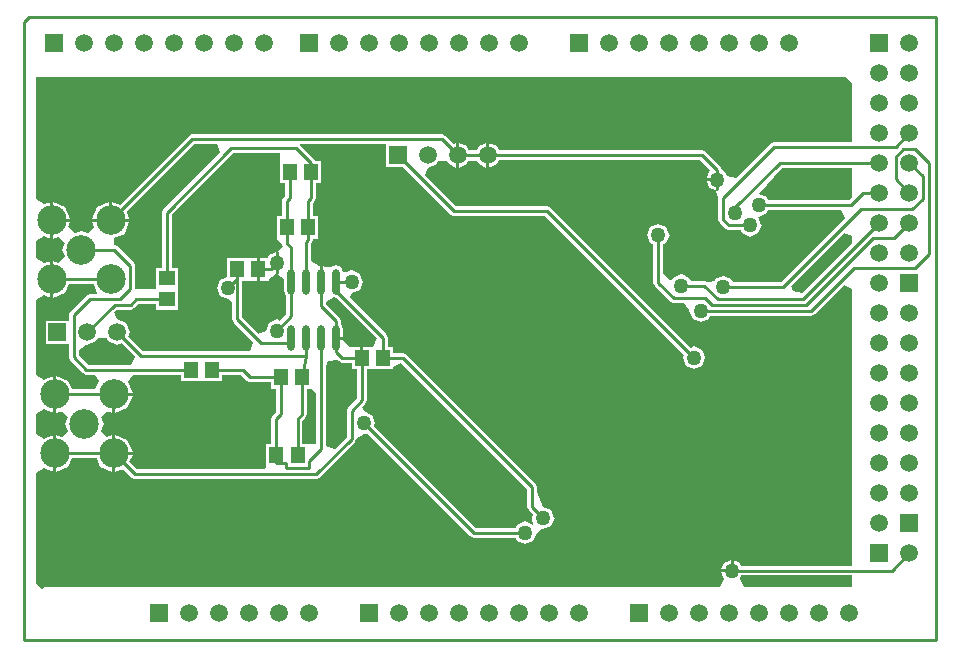
<source format=gbl>
%FSLAX42Y42*%
%MOMM*%
G71*
G01*
G75*
G04 Layer_Physical_Order=2*
G04 Layer_Color=16711680*
%ADD10R,1.20X1.40*%
%ADD11O,0.60X2.20*%
%ADD12R,1.40X1.20*%
%ADD13R,1.10X0.65*%
%ADD14R,1.40X1.10*%
%ADD15O,0.60X2.30*%
%ADD16R,2.00X1.30*%
%ADD17R,2.00X2.00*%
%ADD18R,0.65X1.10*%
%ADD19C,0.25*%
%ADD20R,1.50X1.50*%
%ADD21C,1.50*%
%ADD22C,2.50*%
%ADD23R,1.50X1.50*%
%ADD24C,1.27*%
G36*
X9169Y3777D02*
X9138Y3746D01*
X8457D01*
X8446Y3773D01*
X8378Y3801D01*
X8572Y4023D01*
X9169D01*
Y3777D01*
D02*
G37*
G36*
Y3442D02*
Y3386D01*
X8745Y2961D01*
X8670Y2976D01*
X8651Y3022D01*
X9099Y3471D01*
X9169Y3442D01*
D02*
G37*
G36*
Y470D02*
X8250D01*
X8219Y544D01*
X8230Y571D01*
X9169D01*
Y470D01*
D02*
G37*
G36*
Y4737D02*
Y4242D01*
X8509D01*
X8480Y4230D01*
X8185Y3936D01*
X8111Y3950D01*
X8094Y3990D01*
X8067Y4001D01*
X8056Y4030D01*
X7929Y4157D01*
X7899Y4169D01*
X6175D01*
X6160Y4204D01*
X6096Y4231D01*
Y4127D01*
Y4024D01*
X6160Y4051D01*
X6175Y4086D01*
X7882D01*
X7962Y4007D01*
X7958Y3990D01*
X7958Y3990D01*
X7958Y3990D01*
X7935Y3934D01*
X8026D01*
Y3922D01*
X8039D01*
Y3831D01*
X8026Y3826D01*
X8019Y3829D01*
X8036Y3769D01*
D01*
Y3582D01*
X8036Y3582D01*
X8036Y3582D01*
X8048Y3553D01*
X8094Y3507D01*
X8124Y3494D01*
X8227D01*
X8238Y3468D01*
X8306Y3439D01*
X8374Y3468D01*
X8401Y3534D01*
X8401D01*
Y3534D01*
D01*
Y3534D01*
X8402Y3536D01*
X8400Y3540D01*
X8400Y3540D01*
X8374Y3604D01*
X8378Y3608D01*
X8409Y3621D01*
X8409D01*
Y3621D01*
X8446Y3637D01*
X8457Y3663D01*
X9075D01*
X9104Y3593D01*
X8565Y3054D01*
X8156D01*
X8145Y3080D01*
X8079Y3108D01*
Y3108D01*
D01*
D01*
Y3108D01*
X8079D01*
X8077Y3109D01*
X8009Y3080D01*
X8008Y3079D01*
X8008D01*
X8008Y3079D01*
X8003Y3066D01*
X7944Y3054D01*
X7915Y3066D01*
X7801D01*
X7790Y3093D01*
X7723Y3121D01*
D01*
X7722Y3121D01*
X7654Y3093D01*
X7653Y3092D01*
D01*
X7646Y3076D01*
X7626Y3072D01*
X7567Y3120D01*
Y3373D01*
X7594Y3384D01*
X7622Y3450D01*
X7622D01*
D01*
D01*
X7622D01*
Y3450D01*
D01*
Y3450D01*
X7622Y3452D01*
X7620Y3457D01*
Y3457D01*
X7618Y3461D01*
X7594Y3520D01*
Y3520D01*
D01*
D01*
D01*
X7526Y3548D01*
X7524Y3547D01*
Y3547D01*
X7458Y3520D01*
X7430Y3452D01*
X7458Y3384D01*
X7485Y3373D01*
Y3048D01*
X7485Y3048D01*
X7485Y3048D01*
X7497Y3019D01*
X7626Y2889D01*
X7656Y2877D01*
X7748D01*
X7790Y2814D01*
X7788Y2809D01*
X7816Y2741D01*
X7884Y2713D01*
X7952Y2741D01*
X7963Y2768D01*
X8821D01*
X8851Y2780D01*
X9099Y3028D01*
X9169Y2999D01*
Y653D01*
X8230D01*
X8219Y680D01*
X8164Y703D01*
Y612D01*
X8151D01*
Y599D01*
X8060D01*
X8083Y544D01*
X8052Y470D01*
X2324D01*
X2311Y457D01*
X2261Y508D01*
Y1438D01*
X2324Y1480D01*
X2404Y1447D01*
Y1604D01*
Y1762D01*
X2324Y1728D01*
X2261Y1771D01*
Y1938D01*
X2324Y1980D01*
X2404Y1947D01*
Y2104D01*
Y2262D01*
X2324Y2228D01*
X2261Y2271D01*
Y2900D01*
X2324Y2943D01*
X2379Y2920D01*
Y3077D01*
Y3235D01*
X2324Y3212D01*
X2261Y3255D01*
Y3400D01*
X2324Y3443D01*
X2379Y3420D01*
Y3577D01*
Y3735D01*
X2324Y3712D01*
X2261Y3755D01*
Y4788D01*
X9119D01*
X9169Y4737D01*
D02*
G37*
%LPC*%
G36*
X6497Y932D02*
D01*
X6497Y932D01*
X6497Y932D01*
D02*
G37*
G36*
X5692Y4306D02*
X3579D01*
X3550Y4294D01*
X2965Y3710D01*
X2904Y3735D01*
Y3590D01*
X3049D01*
X3024Y3651D01*
X3596Y4223D01*
X3789D01*
X3818Y4153D01*
X3336Y3672D01*
X3324Y3642D01*
Y3173D01*
X3270D01*
Y3046D01*
X3270Y3046D01*
X3270Y3046D01*
X3270Y3002D01*
Y2994D01*
X3269Y2993D01*
X3107Y2993D01*
X3096Y2997D01*
D01*
Y3194D01*
X3084Y3223D01*
X2950Y3357D01*
X2921Y3369D01*
Y3427D01*
X3007Y3462D01*
X3049Y3565D01*
X2734D01*
X2752Y3521D01*
X2698Y3467D01*
X2642Y3490D01*
X2585Y3467D01*
X2531Y3521D01*
X2549Y3565D01*
X2404D01*
Y3420D01*
X2448Y3438D01*
X2502Y3384D01*
X2479Y3327D01*
X2502Y3271D01*
X2448Y3217D01*
X2404Y3235D01*
Y3077D01*
Y2920D01*
X2507Y2962D01*
X2537Y3036D01*
X2746D01*
X2776Y2962D01*
Y2962D01*
X2776D01*
X2776D01*
D01*
Y2962D01*
D01*
D01*
Y2962D01*
X2775Y2956D01*
X2718D01*
X2689Y2943D01*
X2549Y2804D01*
X2537Y2775D01*
Y2729D01*
X2338D01*
Y2528D01*
X2537D01*
Y2418D01*
X2537Y2418D01*
X2537Y2418D01*
X2549Y2389D01*
X2656Y2282D01*
X2685Y2270D01*
X2754D01*
X2793Y2213D01*
X2757Y2145D01*
X2563D01*
X2532Y2219D01*
X2430Y2262D01*
Y2104D01*
Y1947D01*
X2474Y1965D01*
X2528Y1911D01*
X2504Y1854D01*
X2528Y1797D01*
X2474Y1743D01*
X2430Y1762D01*
Y1604D01*
Y1447D01*
X2532Y1489D01*
X2563Y1563D01*
X2771D01*
X2802Y1489D01*
X2904Y1447D01*
Y1604D01*
Y1762D01*
X2860Y1743D01*
X2806Y1797D01*
X2830Y1854D01*
X2806Y1911D01*
X2860Y1965D01*
X2904Y1947D01*
Y2104D01*
X2917D01*
Y2117D01*
X3075D01*
X3037Y2207D01*
X3080Y2270D01*
X3482D01*
Y2216D01*
X3653D01*
Y2216D01*
X3653D01*
X3653Y2216D01*
X3662D01*
Y2216D01*
X3833D01*
Y2270D01*
X3988D01*
X4040Y2219D01*
X4069Y2207D01*
X4244D01*
Y2152D01*
X4288D01*
Y1953D01*
X4262Y1927D01*
X4250Y1897D01*
Y1683D01*
X4206D01*
Y1492D01*
D01*
Y1492D01*
X4184Y1470D01*
X3110D01*
X3049Y1530D01*
X3075Y1591D01*
X2930D01*
Y1447D01*
X2991Y1472D01*
X3063Y1399D01*
X3063Y1399D01*
X3063D01*
X3063Y1399D01*
X3063D01*
Y1399D01*
D01*
D01*
D01*
D01*
X3063D01*
Y1399D01*
D01*
X3093Y1387D01*
X4632D01*
X4661Y1399D01*
X4959Y1698D01*
X4971Y1727D01*
X4971Y1727D01*
X4971Y1727D01*
Y1728D01*
X5032Y1768D01*
X5032Y1768D01*
Y1768D01*
X5059Y1779D01*
X5935Y903D01*
X5964Y891D01*
X6322D01*
X6333Y864D01*
X6401Y836D01*
X6469Y864D01*
X6496Y931D01*
X6496D01*
Y931D01*
D01*
Y931D01*
X6497Y932D01*
X6497Y932D01*
X6497D01*
D01*
Y932D01*
X6538Y967D01*
X6552Y961D01*
X6552D01*
X6553Y960D01*
X6621Y989D01*
X6622Y990D01*
D01*
X6649Y1055D01*
X6649D01*
D01*
D01*
X6649D01*
Y1055D01*
D01*
D01*
D01*
D01*
Y1055D01*
X6649Y1057D01*
X6647Y1061D01*
Y1061D01*
X6637Y1086D01*
X6621Y1125D01*
X6621Y1125D01*
X6620Y1125D01*
X6620Y1125D01*
X6553Y1153D01*
X6500Y1280D01*
Y1318D01*
X6488Y1347D01*
X5394Y2442D01*
X5364Y2454D01*
X5281D01*
Y2508D01*
X5237D01*
Y2585D01*
X5225Y2614D01*
X4913Y2925D01*
X4929Y2963D01*
D01*
X4929D01*
X4929Y2963D01*
X4997Y2991D01*
X5024Y3058D01*
X5024D01*
D01*
D01*
X5024D01*
Y3058D01*
D01*
Y3058D01*
X5025Y3059D01*
X5023Y3064D01*
Y3064D01*
X5021Y3069D01*
X4997Y3127D01*
Y3127D01*
D01*
D01*
D01*
X4929Y3156D01*
X4927Y3155D01*
D01*
X4890Y3139D01*
X4861Y3139D01*
X4843Y3182D01*
X4801Y3199D01*
X4758Y3182D01*
X4758Y3182D01*
X4758Y3182D01*
X4758D01*
X4757Y3179D01*
X4716Y3182D01*
Y3182D01*
X4686Y3194D01*
Y3059D01*
X4661D01*
Y3194D01*
X4654Y3191D01*
D01*
X4651Y3190D01*
X4588Y3232D01*
Y3377D01*
X4590Y3378D01*
X4602Y3408D01*
Y3422D01*
X4646D01*
Y3613D01*
X4602D01*
Y3722D01*
X4615Y3735D01*
X4627Y3764D01*
X4627Y3764D01*
X4627Y3764D01*
Y3892D01*
X4671D01*
Y4083D01*
X4619D01*
X4615Y4093D01*
X4491Y4218D01*
Y4218D01*
D01*
Y4218D01*
X4492Y4223D01*
X5221D01*
Y4027D01*
X5363D01*
X5765Y3626D01*
X5765Y3626D01*
X5765D01*
X5765Y3626D01*
X5765D01*
Y3626D01*
D01*
D01*
D01*
D01*
X5765D01*
Y3626D01*
D01*
X5794Y3614D01*
X6571D01*
X7745Y2440D01*
X7734Y2413D01*
X7762Y2345D01*
X7830Y2317D01*
X7898Y2345D01*
X7925Y2411D01*
X7925D01*
D01*
D01*
X7925D01*
Y2411D01*
D01*
D01*
D01*
D01*
Y2411D01*
X7926Y2413D01*
X7924Y2418D01*
Y2418D01*
X7914Y2443D01*
X7899Y2479D01*
D01*
X7898Y2481D01*
D01*
Y2481D01*
D01*
D01*
D01*
D01*
X7898D01*
X7898Y2481D01*
X7830Y2509D01*
D01*
X7830D01*
D01*
X7828Y2509D01*
X7828D01*
D01*
Y2509D01*
Y2509D01*
Y2509D01*
X7828D01*
D01*
D01*
X7828D01*
Y2509D01*
X7803Y2498D01*
X6617Y3684D01*
X6588Y3696D01*
X5811D01*
X5550Y3957D01*
X5575Y4019D01*
X5652Y4051D01*
X5664Y4080D01*
X5740D01*
X5752Y4051D01*
X5817Y4024D01*
Y4127D01*
Y4231D01*
X5794Y4221D01*
X5721Y4294D01*
X5692Y4306D01*
D02*
G37*
G36*
X3075Y2092D02*
X2930D01*
Y1947D01*
X3032Y1989D01*
X3075Y2092D01*
D02*
G37*
G36*
X2930Y1762D02*
Y1617D01*
X3075D01*
X3032Y1719D01*
X2930Y1762D01*
D02*
G37*
G36*
X8138Y703D02*
X8083Y680D01*
X8060Y625D01*
X8138D01*
Y703D01*
D02*
G37*
G36*
X2879Y3735D02*
X2776Y3693D01*
X2734Y3590D01*
X2879D01*
Y3735D01*
D02*
G37*
G36*
X8014Y3909D02*
X7935D01*
X7958Y3854D01*
X8014Y3831D01*
Y3909D01*
D02*
G37*
G36*
X6071Y4231D02*
X6006Y4204D01*
X5994Y4175D01*
X5918D01*
X5906Y4204D01*
X5842Y4231D01*
Y4127D01*
Y4024D01*
X5906Y4051D01*
X5918Y4080D01*
X5994D01*
X6006Y4051D01*
X6071Y4024D01*
Y4127D01*
Y4231D01*
D02*
G37*
G36*
X2404Y3735D02*
Y3590D01*
X2549D01*
X2507Y3693D01*
X2404Y3735D01*
D02*
G37*
%LPD*%
G36*
X4822Y2384D02*
D01*
D01*
X4822D01*
Y2384D01*
D01*
X4822D01*
Y2384D01*
X4851Y2372D01*
X4930D01*
Y2318D01*
X4974D01*
Y2069D01*
X4901Y1996D01*
X4889Y1967D01*
Y1744D01*
X4785Y1641D01*
X4715Y1670D01*
Y2339D01*
X4733Y2383D01*
X4808Y2398D01*
X4822Y2384D01*
D02*
G37*
G36*
X4595Y2152D02*
D01*
X4632Y2115D01*
Y1683D01*
X4557D01*
Y1683D01*
D01*
X4513Y1683D01*
Y1880D01*
X4539Y1906D01*
X4551Y1935D01*
Y2152D01*
X4595Y2152D01*
D02*
G37*
G36*
X2870Y2552D02*
X2946Y2520D01*
X2982Y2535D01*
X3094Y2423D01*
X3065Y2353D01*
X2702D01*
X2619Y2435D01*
Y2482D01*
X2683Y2524D01*
X2692Y2520D01*
X2769Y2552D01*
X2781Y2581D01*
X2858D01*
X2870Y2552D01*
D02*
G37*
G36*
X4320Y4083D02*
X4320D01*
Y3892D01*
X4365D01*
Y3781D01*
X4351Y3768D01*
X4339Y3739D01*
Y3613D01*
X4295D01*
Y3422D01*
X4299D01*
X4336Y3385D01*
X4348Y3351D01*
X4300Y3312D01*
X4313Y3307D01*
Y3216D01*
Y3125D01*
X4300Y3119D01*
X4360Y3077D01*
Y2979D01*
X4377Y2937D01*
X4378Y2937D01*
Y2781D01*
X4327Y2729D01*
X4302Y2740D01*
Y2740D01*
X4302D01*
X4302D01*
Y2740D01*
D01*
X4300Y2740D01*
X4232Y2712D01*
X4231Y2711D01*
X4231D01*
D01*
Y2711D01*
X4231D01*
D01*
X4204Y2644D01*
X4204Y2644D01*
X4204D01*
X4140Y2618D01*
X4003Y2755D01*
Y3067D01*
X4047Y3067D01*
D01*
D01*
X4056D01*
Y3067D01*
X4129D01*
Y3162D01*
Y3258D01*
X4056D01*
D01*
D01*
X4056Y3258D01*
X4047D01*
Y3258D01*
X3876D01*
Y3097D01*
X3818Y3073D01*
X3790Y3005D01*
X3818Y2937D01*
X3886Y2909D01*
X3886Y2909D01*
X3886Y2909D01*
X3920Y2886D01*
Y2738D01*
X3920Y2738D01*
X3920Y2738D01*
X3932Y2709D01*
X4099Y2542D01*
X4070Y2472D01*
X3162D01*
X3040Y2593D01*
X3055Y2629D01*
X3023Y2706D01*
X2946Y2738D01*
X2921Y2799D01*
X2944Y2822D01*
X3062D01*
X3091Y2834D01*
X3123Y2866D01*
X3270D01*
Y2822D01*
X3461D01*
Y2948D01*
X3461Y2948D01*
D01*
X3461Y2993D01*
Y2993D01*
Y2997D01*
X3461Y3002D01*
X3461Y3046D01*
X3461Y3046D01*
X3461Y3046D01*
Y3173D01*
X3407D01*
Y3625D01*
X3929Y4147D01*
X4320D01*
Y4083D01*
D02*
G37*
G36*
X6418Y1301D02*
Y1151D01*
X6418Y1151D01*
X6418Y1151D01*
X6430Y1121D01*
X6468Y1083D01*
X6457Y1057D01*
X6457D01*
D01*
D01*
X6457Y1057D01*
X6457Y1057D01*
D01*
X6457Y1057D01*
X6467Y1001D01*
D01*
X6401Y1028D01*
X6333Y1000D01*
X6322Y973D01*
X5981D01*
X5117Y1838D01*
X5127Y1863D01*
X5127D01*
Y1863D01*
Y1863D01*
X5127D01*
D01*
Y1863D01*
D01*
D01*
X5128Y1864D01*
X5100Y1932D01*
X5100Y1932D01*
X5098Y1933D01*
Y1933D01*
X5032Y1961D01*
X5017Y1996D01*
X5045Y2023D01*
X5057Y2052D01*
Y2318D01*
X5101Y2318D01*
D01*
D01*
Y2318D01*
X5101D01*
X5110D01*
X5155Y2318D01*
X5155Y2318D01*
X5155Y2318D01*
X5281D01*
Y2339D01*
X5351Y2368D01*
X6418Y1301D01*
D02*
G37*
G36*
X4801Y2919D02*
X4802Y2920D01*
X5143Y2579D01*
X5114Y2508D01*
X5110D01*
Y2508D01*
X5101D01*
X5056Y2508D01*
X5056Y2508D01*
X5056Y2508D01*
X5028D01*
Y2413D01*
X5003D01*
Y2508D01*
X4930D01*
Y2508D01*
X4914D01*
X4861Y2562D01*
Y2567D01*
X4801D01*
Y2592D01*
X4861D01*
Y2659D01*
X4843Y2702D01*
X4842Y2702D01*
Y2723D01*
X4830Y2752D01*
X4715Y2867D01*
Y2886D01*
X4778Y2929D01*
X4801Y2919D01*
D02*
G37*
%LPC*%
G36*
X4288Y3307D02*
X4232Y3284D01*
X4231Y3282D01*
X4231D01*
X4231Y3282D01*
X4221Y3258D01*
X4154D01*
Y3162D01*
Y3067D01*
X4227D01*
Y3081D01*
X4290Y3124D01*
X4288Y3125D01*
Y3216D01*
Y3307D01*
D02*
G37*
%LPD*%
D10*
X4141Y3162D02*
D03*
X3961D02*
D03*
X4560Y3518D02*
D03*
X4380D02*
D03*
X5015Y2413D02*
D03*
X5195D02*
D03*
X4586Y3988D02*
D03*
X4406D02*
D03*
X3568Y2311D02*
D03*
X3748D02*
D03*
X4510Y2248D02*
D03*
X4330D02*
D03*
X4472Y1588D02*
D03*
X4292D02*
D03*
D11*
X4801Y2579D02*
D03*
X4674D02*
D03*
X4547D02*
D03*
X4420D02*
D03*
X4801Y3059D02*
D03*
X4674D02*
D03*
X4547D02*
D03*
X4420D02*
D03*
D12*
X3365Y2907D02*
D03*
Y3087D02*
D03*
D19*
X4159Y2541D02*
X4420D01*
X3961Y2738D02*
Y3080D01*
X3886Y3005D02*
X3961Y3080D01*
X4420Y3059D02*
Y3343D01*
Y2764D02*
Y3059D01*
X4292Y1521D02*
X4371D01*
X8179Y3637D02*
Y3688D01*
X8555Y4064D01*
X9398D01*
X7722Y3025D02*
X7915D01*
X8029Y2911D01*
X8753D01*
X9398Y3556D01*
X7526Y3048D02*
Y3452D01*
Y3048D02*
X7656Y2918D01*
X7920D01*
X7978Y2860D01*
X8778D01*
X9347Y3429D01*
X9525D01*
X9652Y3556D01*
X6588Y3655D02*
X7830Y2413D01*
X5794Y3655D02*
X6588D01*
X5321Y4128D02*
X5794Y3655D01*
X3961Y3080D02*
Y3162D01*
X5692Y4265D02*
X5829Y4128D01*
X3579Y4265D02*
X5692D01*
X2892Y3577D02*
X3579Y4265D01*
X5015Y2052D02*
Y2413D01*
X4930Y1967D02*
X5015Y2052D01*
X4930Y1727D02*
Y1967D01*
X4632Y1429D02*
X4930Y1727D01*
X3093Y1429D02*
X4632D01*
X2917Y1604D02*
X3093Y1429D01*
X4247Y3162D02*
X4300Y3216D01*
X4141Y3162D02*
X4247D01*
X4510Y2248D02*
X4547Y2431D01*
Y2579D01*
X3145Y2431D02*
X4547D01*
X2946Y2629D02*
X3145Y2431D01*
X4292Y1521D02*
Y1588D01*
X4371Y1479D02*
Y1521D01*
Y1479D02*
X4572D01*
Y1542D01*
X4674Y1643D01*
Y2579D01*
X4560Y3408D02*
Y3518D01*
X4547Y3394D02*
X4560Y3408D01*
X4547Y3059D02*
Y3394D01*
X4380Y3382D02*
Y3518D01*
Y3382D02*
X4420Y3343D01*
X4300Y2644D02*
X4420Y2764D01*
X4801Y2579D02*
Y2723D01*
X4674Y2850D02*
X4801Y2723D01*
X4674Y2850D02*
Y3059D01*
X4420Y2541D02*
Y2579D01*
X3961Y2738D02*
X4159Y2541D01*
X5964Y932D02*
X6401D01*
X5032Y1864D02*
X5964Y932D01*
X3365Y3087D02*
Y3642D01*
X3912Y4188D01*
X4461D01*
X4586Y4064D01*
Y3988D02*
Y4064D01*
X8151Y612D02*
X9502D01*
X9652Y762D01*
X8378Y3705D02*
X9155D01*
X9261Y3810D01*
X9398D01*
X9535Y4201D02*
X9652Y4318D01*
X8509Y4201D02*
X9535D01*
X8077Y3769D02*
X8509Y4201D01*
X8077Y3582D02*
Y3769D01*
Y3582D02*
X8124Y3536D01*
X8306D01*
X8026Y3922D02*
Y4001D01*
X7899Y4128D02*
X8026Y4001D01*
X6083Y4128D02*
X7899D01*
X6459Y1151D02*
X6553Y1057D01*
X6459Y1151D02*
Y1318D01*
X5364Y2413D02*
X6459Y1318D01*
X5195Y2413D02*
X5364D01*
X4801Y3059D02*
X4929D01*
X8077Y3012D02*
X8582D01*
X9240Y3670D01*
X9677D01*
X9766Y3759D01*
Y3950D01*
X9652Y4064D02*
X9766Y3950D01*
X7884Y2809D02*
X8821D01*
X9184Y3172D01*
X9697D01*
X9817Y3292D01*
Y4064D01*
X9703Y4178D02*
X9817Y4064D01*
X9601Y4178D02*
X9703D01*
X9538Y4115D02*
X9601Y4178D01*
X9538Y3924D02*
Y4115D01*
Y3924D02*
X9652Y3810D01*
X2692Y2629D02*
X2927Y2863D01*
X3062D01*
X3106Y2907D01*
X3365D01*
X2685Y2311D02*
X3568D01*
X2578Y2418D02*
X2685Y2311D01*
X2578Y2418D02*
Y2775D01*
X2718Y2914D01*
X2972D01*
X3055Y2997D01*
Y3194D01*
X2921Y3327D02*
X3055Y3194D01*
X2642Y3327D02*
X2921D01*
X4801Y2464D02*
Y2579D01*
Y2464D02*
X4851Y2413D01*
X5015D01*
X4801Y2979D02*
Y3059D01*
Y2979D02*
X5195Y2585D01*
Y2413D02*
Y2585D01*
X5829Y4128D02*
X6083D01*
X2417Y1604D02*
X2917D01*
X2417Y2104D02*
X2917D01*
X2392Y3077D02*
X2892D01*
X4586Y3764D02*
Y3988D01*
X4560Y3739D02*
X4586Y3764D01*
X4560Y3518D02*
Y3739D01*
X4406Y3764D02*
Y3988D01*
X4380Y3739D02*
X4406Y3764D01*
X4380Y3518D02*
Y3739D01*
X4330Y1935D02*
Y2248D01*
X4292Y1897D02*
X4330Y1935D01*
X4292Y1588D02*
Y1897D01*
X4069Y2248D02*
X4330D01*
X4006Y2311D02*
X4069Y2248D01*
X3748Y2311D02*
X4006D01*
X4510Y1935D02*
Y2248D01*
X4472Y1897D02*
X4510Y1935D01*
X4472Y1588D02*
Y1897D01*
X9881Y25D02*
Y5296D01*
X2197D02*
X9881D01*
X2159Y25D02*
X9881D01*
X2159D02*
Y5258D01*
X2197Y5296D01*
D20*
X2438Y2629D02*
D03*
X5321Y4128D02*
D03*
X7366Y254D02*
D03*
X5080D02*
D03*
X3302D02*
D03*
X9398Y762D02*
D03*
Y5080D02*
D03*
X2413D02*
D03*
X4572D02*
D03*
X6858D02*
D03*
D21*
X2692Y2629D02*
D03*
X2946D02*
D03*
X5575Y4128D02*
D03*
X5829D02*
D03*
X6083D02*
D03*
X9144Y254D02*
D03*
X8890D02*
D03*
X8636D02*
D03*
X8382D02*
D03*
X8128D02*
D03*
X7874D02*
D03*
X7620D02*
D03*
X6858D02*
D03*
X6604D02*
D03*
X6350D02*
D03*
X6096D02*
D03*
X5842D02*
D03*
X5588D02*
D03*
X5334D02*
D03*
X4572D02*
D03*
X4318D02*
D03*
X4064D02*
D03*
X3810D02*
D03*
X3556D02*
D03*
X9652Y762D02*
D03*
X9398Y2794D02*
D03*
X9652D02*
D03*
X9398Y2540D02*
D03*
X9652D02*
D03*
X9398Y2286D02*
D03*
X9652D02*
D03*
X9398Y2032D02*
D03*
X9652D02*
D03*
X9398Y1778D02*
D03*
X9652D02*
D03*
X9398Y1524D02*
D03*
X9652D02*
D03*
X9398Y1270D02*
D03*
X9652D02*
D03*
X9398Y1016D02*
D03*
Y4826D02*
D03*
X9652D02*
D03*
X9398Y4572D02*
D03*
X9652D02*
D03*
X9398Y4318D02*
D03*
X9652D02*
D03*
X9398Y4064D02*
D03*
X9652D02*
D03*
X9398Y3810D02*
D03*
X9652D02*
D03*
X9398Y3556D02*
D03*
X9652D02*
D03*
X9398Y3302D02*
D03*
X9652D02*
D03*
X9398Y3048D02*
D03*
X9652Y5080D02*
D03*
X4191D02*
D03*
X3937D02*
D03*
X3683D02*
D03*
X3429D02*
D03*
X3175D02*
D03*
X2921D02*
D03*
X2667D02*
D03*
X6350D02*
D03*
X6096D02*
D03*
X5842D02*
D03*
X5588D02*
D03*
X5334D02*
D03*
X5080D02*
D03*
X4826D02*
D03*
X8636D02*
D03*
X8382D02*
D03*
X8128D02*
D03*
X7874D02*
D03*
X7620D02*
D03*
X7366D02*
D03*
X7112D02*
D03*
D22*
X2392Y3577D02*
D03*
X2892D02*
D03*
Y3077D02*
D03*
X2392D02*
D03*
X2642Y3327D02*
D03*
X2667Y1854D02*
D03*
X2417Y1604D02*
D03*
X2917D02*
D03*
Y2104D02*
D03*
X2417D02*
D03*
D23*
X9652Y1016D02*
D03*
Y3048D02*
D03*
D24*
X8179Y3637D02*
D03*
X7722Y3025D02*
D03*
X7526Y3452D02*
D03*
X7830Y2413D02*
D03*
X3886Y3005D02*
D03*
X4300Y3216D02*
D03*
Y2644D02*
D03*
X6401Y932D02*
D03*
X5032Y1864D02*
D03*
X8151Y612D02*
D03*
X8378Y3705D02*
D03*
X8306Y3536D02*
D03*
X8026Y3922D02*
D03*
X6553Y1057D02*
D03*
X4929Y3059D02*
D03*
X8077Y3012D02*
D03*
X7884Y2809D02*
D03*
M02*

</source>
